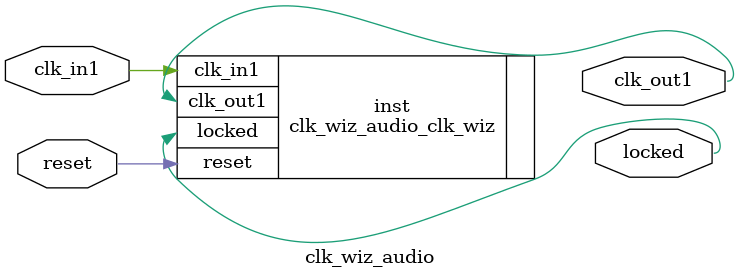
<source format=v>


`timescale 1ps/1ps

(* CORE_GENERATION_INFO = "clk_wiz_audio,clk_wiz_v6_0_2_0_0,{component_name=clk_wiz_audio,use_phase_alignment=true,use_min_o_jitter=false,use_max_i_jitter=false,use_dyn_phase_shift=false,use_inclk_switchover=false,use_dyn_reconfig=false,enable_axi=0,feedback_source=FDBK_AUTO,PRIMITIVE=MMCM,num_out_clk=1,clkin1_period=10.000,clkin2_period=10.000,use_power_down=false,use_reset=true,use_locked=true,use_inclk_stopped=false,feedback_type=SINGLE,CLOCK_MGR_TYPE=NA,manual_override=false}" *)

module clk_wiz_audio 
 (
  // Clock out ports
  output        clk_out1,
  // Status and control signals
  input         reset,
  output        locked,
 // Clock in ports
  input         clk_in1
 );

  clk_wiz_audio_clk_wiz inst
  (
  // Clock out ports  
  .clk_out1(clk_out1),
  // Status and control signals               
  .reset(reset), 
  .locked(locked),
 // Clock in ports
  .clk_in1(clk_in1)
  );

endmodule

</source>
